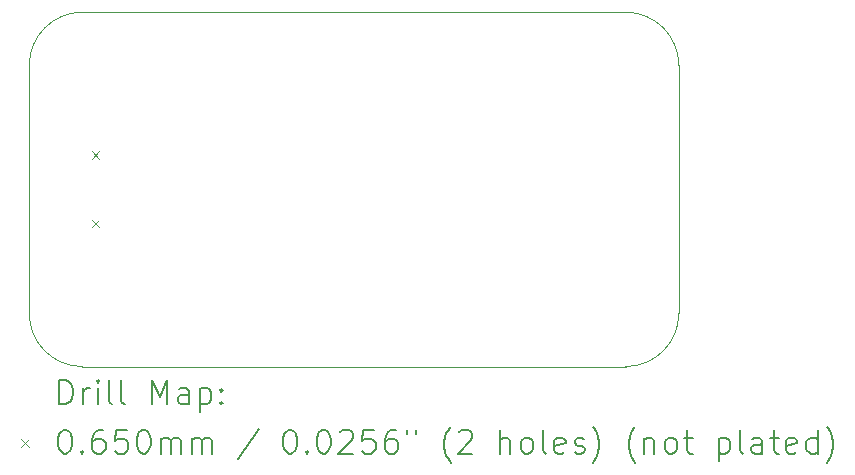
<source format=gbr>
%TF.GenerationSoftware,KiCad,Pcbnew,7.0.10*%
%TF.CreationDate,2024-01-22T13:51:18-08:00*%
%TF.ProjectId,esp32-prog,65737033-322d-4707-926f-672e6b696361,rev2*%
%TF.SameCoordinates,PX47868c0PY36d6160*%
%TF.FileFunction,Drillmap*%
%TF.FilePolarity,Positive*%
%FSLAX45Y45*%
G04 Gerber Fmt 4.5, Leading zero omitted, Abs format (unit mm)*
G04 Created by KiCad (PCBNEW 7.0.10) date 2024-01-22 13:51:18*
%MOMM*%
%LPD*%
G01*
G04 APERTURE LIST*
%ADD10C,0.100000*%
%ADD11C,0.200000*%
G04 APERTURE END LIST*
D10*
X0Y-2550000D02*
G75*
G03*
X450000Y-3000000I450000J0D01*
G01*
X5050000Y0D02*
X450000Y0D01*
X5500000Y-450000D02*
X5500000Y-2550000D01*
X5500000Y-450000D02*
G75*
G03*
X5050000Y0I-450000J0D01*
G01*
X0Y-2550000D02*
X0Y-450000D01*
X450000Y0D02*
G75*
G03*
X0Y-450000I0J-450000D01*
G01*
X5050000Y-3000000D02*
G75*
G03*
X5500000Y-2550000I0J450000D01*
G01*
X5050000Y-3000000D02*
X450000Y-3000000D01*
D11*
D10*
X527500Y-1178500D02*
X592500Y-1243500D01*
X592500Y-1178500D02*
X527500Y-1243500D01*
X527500Y-1756500D02*
X592500Y-1821500D01*
X592500Y-1756500D02*
X527500Y-1821500D01*
D11*
X255777Y-3316484D02*
X255777Y-3116484D01*
X255777Y-3116484D02*
X303396Y-3116484D01*
X303396Y-3116484D02*
X331967Y-3126008D01*
X331967Y-3126008D02*
X351015Y-3145055D01*
X351015Y-3145055D02*
X360539Y-3164103D01*
X360539Y-3164103D02*
X370062Y-3202198D01*
X370062Y-3202198D02*
X370062Y-3230769D01*
X370062Y-3230769D02*
X360539Y-3268865D01*
X360539Y-3268865D02*
X351015Y-3287912D01*
X351015Y-3287912D02*
X331967Y-3306960D01*
X331967Y-3306960D02*
X303396Y-3316484D01*
X303396Y-3316484D02*
X255777Y-3316484D01*
X455777Y-3316484D02*
X455777Y-3183150D01*
X455777Y-3221246D02*
X465301Y-3202198D01*
X465301Y-3202198D02*
X474824Y-3192674D01*
X474824Y-3192674D02*
X493872Y-3183150D01*
X493872Y-3183150D02*
X512920Y-3183150D01*
X579586Y-3316484D02*
X579586Y-3183150D01*
X579586Y-3116484D02*
X570063Y-3126008D01*
X570063Y-3126008D02*
X579586Y-3135531D01*
X579586Y-3135531D02*
X589110Y-3126008D01*
X589110Y-3126008D02*
X579586Y-3116484D01*
X579586Y-3116484D02*
X579586Y-3135531D01*
X703396Y-3316484D02*
X684348Y-3306960D01*
X684348Y-3306960D02*
X674824Y-3287912D01*
X674824Y-3287912D02*
X674824Y-3116484D01*
X808158Y-3316484D02*
X789110Y-3306960D01*
X789110Y-3306960D02*
X779586Y-3287912D01*
X779586Y-3287912D02*
X779586Y-3116484D01*
X1036729Y-3316484D02*
X1036729Y-3116484D01*
X1036729Y-3116484D02*
X1103396Y-3259341D01*
X1103396Y-3259341D02*
X1170063Y-3116484D01*
X1170063Y-3116484D02*
X1170063Y-3316484D01*
X1351015Y-3316484D02*
X1351015Y-3211722D01*
X1351015Y-3211722D02*
X1341491Y-3192674D01*
X1341491Y-3192674D02*
X1322444Y-3183150D01*
X1322444Y-3183150D02*
X1284348Y-3183150D01*
X1284348Y-3183150D02*
X1265301Y-3192674D01*
X1351015Y-3306960D02*
X1331967Y-3316484D01*
X1331967Y-3316484D02*
X1284348Y-3316484D01*
X1284348Y-3316484D02*
X1265301Y-3306960D01*
X1265301Y-3306960D02*
X1255777Y-3287912D01*
X1255777Y-3287912D02*
X1255777Y-3268865D01*
X1255777Y-3268865D02*
X1265301Y-3249817D01*
X1265301Y-3249817D02*
X1284348Y-3240293D01*
X1284348Y-3240293D02*
X1331967Y-3240293D01*
X1331967Y-3240293D02*
X1351015Y-3230769D01*
X1446253Y-3183150D02*
X1446253Y-3383150D01*
X1446253Y-3192674D02*
X1465301Y-3183150D01*
X1465301Y-3183150D02*
X1503396Y-3183150D01*
X1503396Y-3183150D02*
X1522443Y-3192674D01*
X1522443Y-3192674D02*
X1531967Y-3202198D01*
X1531967Y-3202198D02*
X1541491Y-3221246D01*
X1541491Y-3221246D02*
X1541491Y-3278388D01*
X1541491Y-3278388D02*
X1531967Y-3297436D01*
X1531967Y-3297436D02*
X1522443Y-3306960D01*
X1522443Y-3306960D02*
X1503396Y-3316484D01*
X1503396Y-3316484D02*
X1465301Y-3316484D01*
X1465301Y-3316484D02*
X1446253Y-3306960D01*
X1627205Y-3297436D02*
X1636729Y-3306960D01*
X1636729Y-3306960D02*
X1627205Y-3316484D01*
X1627205Y-3316484D02*
X1617682Y-3306960D01*
X1617682Y-3306960D02*
X1627205Y-3297436D01*
X1627205Y-3297436D02*
X1627205Y-3316484D01*
X1627205Y-3192674D02*
X1636729Y-3202198D01*
X1636729Y-3202198D02*
X1627205Y-3211722D01*
X1627205Y-3211722D02*
X1617682Y-3202198D01*
X1617682Y-3202198D02*
X1627205Y-3192674D01*
X1627205Y-3192674D02*
X1627205Y-3211722D01*
D10*
X-70000Y-3612500D02*
X-5000Y-3677500D01*
X-5000Y-3612500D02*
X-70000Y-3677500D01*
D11*
X293872Y-3536484D02*
X312920Y-3536484D01*
X312920Y-3536484D02*
X331967Y-3546008D01*
X331967Y-3546008D02*
X341491Y-3555531D01*
X341491Y-3555531D02*
X351015Y-3574579D01*
X351015Y-3574579D02*
X360539Y-3612674D01*
X360539Y-3612674D02*
X360539Y-3660293D01*
X360539Y-3660293D02*
X351015Y-3698388D01*
X351015Y-3698388D02*
X341491Y-3717436D01*
X341491Y-3717436D02*
X331967Y-3726960D01*
X331967Y-3726960D02*
X312920Y-3736484D01*
X312920Y-3736484D02*
X293872Y-3736484D01*
X293872Y-3736484D02*
X274824Y-3726960D01*
X274824Y-3726960D02*
X265301Y-3717436D01*
X265301Y-3717436D02*
X255777Y-3698388D01*
X255777Y-3698388D02*
X246253Y-3660293D01*
X246253Y-3660293D02*
X246253Y-3612674D01*
X246253Y-3612674D02*
X255777Y-3574579D01*
X255777Y-3574579D02*
X265301Y-3555531D01*
X265301Y-3555531D02*
X274824Y-3546008D01*
X274824Y-3546008D02*
X293872Y-3536484D01*
X446253Y-3717436D02*
X455777Y-3726960D01*
X455777Y-3726960D02*
X446253Y-3736484D01*
X446253Y-3736484D02*
X436729Y-3726960D01*
X436729Y-3726960D02*
X446253Y-3717436D01*
X446253Y-3717436D02*
X446253Y-3736484D01*
X627205Y-3536484D02*
X589110Y-3536484D01*
X589110Y-3536484D02*
X570063Y-3546008D01*
X570063Y-3546008D02*
X560539Y-3555531D01*
X560539Y-3555531D02*
X541491Y-3584103D01*
X541491Y-3584103D02*
X531967Y-3622198D01*
X531967Y-3622198D02*
X531967Y-3698388D01*
X531967Y-3698388D02*
X541491Y-3717436D01*
X541491Y-3717436D02*
X551015Y-3726960D01*
X551015Y-3726960D02*
X570063Y-3736484D01*
X570063Y-3736484D02*
X608158Y-3736484D01*
X608158Y-3736484D02*
X627205Y-3726960D01*
X627205Y-3726960D02*
X636729Y-3717436D01*
X636729Y-3717436D02*
X646253Y-3698388D01*
X646253Y-3698388D02*
X646253Y-3650769D01*
X646253Y-3650769D02*
X636729Y-3631722D01*
X636729Y-3631722D02*
X627205Y-3622198D01*
X627205Y-3622198D02*
X608158Y-3612674D01*
X608158Y-3612674D02*
X570063Y-3612674D01*
X570063Y-3612674D02*
X551015Y-3622198D01*
X551015Y-3622198D02*
X541491Y-3631722D01*
X541491Y-3631722D02*
X531967Y-3650769D01*
X827205Y-3536484D02*
X731967Y-3536484D01*
X731967Y-3536484D02*
X722443Y-3631722D01*
X722443Y-3631722D02*
X731967Y-3622198D01*
X731967Y-3622198D02*
X751015Y-3612674D01*
X751015Y-3612674D02*
X798634Y-3612674D01*
X798634Y-3612674D02*
X817682Y-3622198D01*
X817682Y-3622198D02*
X827205Y-3631722D01*
X827205Y-3631722D02*
X836729Y-3650769D01*
X836729Y-3650769D02*
X836729Y-3698388D01*
X836729Y-3698388D02*
X827205Y-3717436D01*
X827205Y-3717436D02*
X817682Y-3726960D01*
X817682Y-3726960D02*
X798634Y-3736484D01*
X798634Y-3736484D02*
X751015Y-3736484D01*
X751015Y-3736484D02*
X731967Y-3726960D01*
X731967Y-3726960D02*
X722443Y-3717436D01*
X960539Y-3536484D02*
X979586Y-3536484D01*
X979586Y-3536484D02*
X998634Y-3546008D01*
X998634Y-3546008D02*
X1008158Y-3555531D01*
X1008158Y-3555531D02*
X1017682Y-3574579D01*
X1017682Y-3574579D02*
X1027205Y-3612674D01*
X1027205Y-3612674D02*
X1027205Y-3660293D01*
X1027205Y-3660293D02*
X1017682Y-3698388D01*
X1017682Y-3698388D02*
X1008158Y-3717436D01*
X1008158Y-3717436D02*
X998634Y-3726960D01*
X998634Y-3726960D02*
X979586Y-3736484D01*
X979586Y-3736484D02*
X960539Y-3736484D01*
X960539Y-3736484D02*
X941491Y-3726960D01*
X941491Y-3726960D02*
X931967Y-3717436D01*
X931967Y-3717436D02*
X922443Y-3698388D01*
X922443Y-3698388D02*
X912920Y-3660293D01*
X912920Y-3660293D02*
X912920Y-3612674D01*
X912920Y-3612674D02*
X922443Y-3574579D01*
X922443Y-3574579D02*
X931967Y-3555531D01*
X931967Y-3555531D02*
X941491Y-3546008D01*
X941491Y-3546008D02*
X960539Y-3536484D01*
X1112920Y-3736484D02*
X1112920Y-3603150D01*
X1112920Y-3622198D02*
X1122444Y-3612674D01*
X1122444Y-3612674D02*
X1141491Y-3603150D01*
X1141491Y-3603150D02*
X1170063Y-3603150D01*
X1170063Y-3603150D02*
X1189110Y-3612674D01*
X1189110Y-3612674D02*
X1198634Y-3631722D01*
X1198634Y-3631722D02*
X1198634Y-3736484D01*
X1198634Y-3631722D02*
X1208158Y-3612674D01*
X1208158Y-3612674D02*
X1227205Y-3603150D01*
X1227205Y-3603150D02*
X1255777Y-3603150D01*
X1255777Y-3603150D02*
X1274825Y-3612674D01*
X1274825Y-3612674D02*
X1284348Y-3631722D01*
X1284348Y-3631722D02*
X1284348Y-3736484D01*
X1379586Y-3736484D02*
X1379586Y-3603150D01*
X1379586Y-3622198D02*
X1389110Y-3612674D01*
X1389110Y-3612674D02*
X1408158Y-3603150D01*
X1408158Y-3603150D02*
X1436729Y-3603150D01*
X1436729Y-3603150D02*
X1455777Y-3612674D01*
X1455777Y-3612674D02*
X1465301Y-3631722D01*
X1465301Y-3631722D02*
X1465301Y-3736484D01*
X1465301Y-3631722D02*
X1474824Y-3612674D01*
X1474824Y-3612674D02*
X1493872Y-3603150D01*
X1493872Y-3603150D02*
X1522443Y-3603150D01*
X1522443Y-3603150D02*
X1541491Y-3612674D01*
X1541491Y-3612674D02*
X1551015Y-3631722D01*
X1551015Y-3631722D02*
X1551015Y-3736484D01*
X1941491Y-3526960D02*
X1770063Y-3784103D01*
X2198634Y-3536484D02*
X2217682Y-3536484D01*
X2217682Y-3536484D02*
X2236729Y-3546008D01*
X2236729Y-3546008D02*
X2246253Y-3555531D01*
X2246253Y-3555531D02*
X2255777Y-3574579D01*
X2255777Y-3574579D02*
X2265301Y-3612674D01*
X2265301Y-3612674D02*
X2265301Y-3660293D01*
X2265301Y-3660293D02*
X2255777Y-3698388D01*
X2255777Y-3698388D02*
X2246253Y-3717436D01*
X2246253Y-3717436D02*
X2236729Y-3726960D01*
X2236729Y-3726960D02*
X2217682Y-3736484D01*
X2217682Y-3736484D02*
X2198634Y-3736484D01*
X2198634Y-3736484D02*
X2179587Y-3726960D01*
X2179587Y-3726960D02*
X2170063Y-3717436D01*
X2170063Y-3717436D02*
X2160539Y-3698388D01*
X2160539Y-3698388D02*
X2151015Y-3660293D01*
X2151015Y-3660293D02*
X2151015Y-3612674D01*
X2151015Y-3612674D02*
X2160539Y-3574579D01*
X2160539Y-3574579D02*
X2170063Y-3555531D01*
X2170063Y-3555531D02*
X2179587Y-3546008D01*
X2179587Y-3546008D02*
X2198634Y-3536484D01*
X2351015Y-3717436D02*
X2360539Y-3726960D01*
X2360539Y-3726960D02*
X2351015Y-3736484D01*
X2351015Y-3736484D02*
X2341491Y-3726960D01*
X2341491Y-3726960D02*
X2351015Y-3717436D01*
X2351015Y-3717436D02*
X2351015Y-3736484D01*
X2484348Y-3536484D02*
X2503396Y-3536484D01*
X2503396Y-3536484D02*
X2522444Y-3546008D01*
X2522444Y-3546008D02*
X2531968Y-3555531D01*
X2531968Y-3555531D02*
X2541491Y-3574579D01*
X2541491Y-3574579D02*
X2551015Y-3612674D01*
X2551015Y-3612674D02*
X2551015Y-3660293D01*
X2551015Y-3660293D02*
X2541491Y-3698388D01*
X2541491Y-3698388D02*
X2531968Y-3717436D01*
X2531968Y-3717436D02*
X2522444Y-3726960D01*
X2522444Y-3726960D02*
X2503396Y-3736484D01*
X2503396Y-3736484D02*
X2484348Y-3736484D01*
X2484348Y-3736484D02*
X2465301Y-3726960D01*
X2465301Y-3726960D02*
X2455777Y-3717436D01*
X2455777Y-3717436D02*
X2446253Y-3698388D01*
X2446253Y-3698388D02*
X2436729Y-3660293D01*
X2436729Y-3660293D02*
X2436729Y-3612674D01*
X2436729Y-3612674D02*
X2446253Y-3574579D01*
X2446253Y-3574579D02*
X2455777Y-3555531D01*
X2455777Y-3555531D02*
X2465301Y-3546008D01*
X2465301Y-3546008D02*
X2484348Y-3536484D01*
X2627206Y-3555531D02*
X2636729Y-3546008D01*
X2636729Y-3546008D02*
X2655777Y-3536484D01*
X2655777Y-3536484D02*
X2703396Y-3536484D01*
X2703396Y-3536484D02*
X2722444Y-3546008D01*
X2722444Y-3546008D02*
X2731968Y-3555531D01*
X2731968Y-3555531D02*
X2741491Y-3574579D01*
X2741491Y-3574579D02*
X2741491Y-3593627D01*
X2741491Y-3593627D02*
X2731968Y-3622198D01*
X2731968Y-3622198D02*
X2617682Y-3736484D01*
X2617682Y-3736484D02*
X2741491Y-3736484D01*
X2922444Y-3536484D02*
X2827206Y-3536484D01*
X2827206Y-3536484D02*
X2817682Y-3631722D01*
X2817682Y-3631722D02*
X2827206Y-3622198D01*
X2827206Y-3622198D02*
X2846253Y-3612674D01*
X2846253Y-3612674D02*
X2893872Y-3612674D01*
X2893872Y-3612674D02*
X2912920Y-3622198D01*
X2912920Y-3622198D02*
X2922444Y-3631722D01*
X2922444Y-3631722D02*
X2931967Y-3650769D01*
X2931967Y-3650769D02*
X2931967Y-3698388D01*
X2931967Y-3698388D02*
X2922444Y-3717436D01*
X2922444Y-3717436D02*
X2912920Y-3726960D01*
X2912920Y-3726960D02*
X2893872Y-3736484D01*
X2893872Y-3736484D02*
X2846253Y-3736484D01*
X2846253Y-3736484D02*
X2827206Y-3726960D01*
X2827206Y-3726960D02*
X2817682Y-3717436D01*
X3103396Y-3536484D02*
X3065301Y-3536484D01*
X3065301Y-3536484D02*
X3046253Y-3546008D01*
X3046253Y-3546008D02*
X3036729Y-3555531D01*
X3036729Y-3555531D02*
X3017682Y-3584103D01*
X3017682Y-3584103D02*
X3008158Y-3622198D01*
X3008158Y-3622198D02*
X3008158Y-3698388D01*
X3008158Y-3698388D02*
X3017682Y-3717436D01*
X3017682Y-3717436D02*
X3027206Y-3726960D01*
X3027206Y-3726960D02*
X3046253Y-3736484D01*
X3046253Y-3736484D02*
X3084348Y-3736484D01*
X3084348Y-3736484D02*
X3103396Y-3726960D01*
X3103396Y-3726960D02*
X3112920Y-3717436D01*
X3112920Y-3717436D02*
X3122444Y-3698388D01*
X3122444Y-3698388D02*
X3122444Y-3650769D01*
X3122444Y-3650769D02*
X3112920Y-3631722D01*
X3112920Y-3631722D02*
X3103396Y-3622198D01*
X3103396Y-3622198D02*
X3084348Y-3612674D01*
X3084348Y-3612674D02*
X3046253Y-3612674D01*
X3046253Y-3612674D02*
X3027206Y-3622198D01*
X3027206Y-3622198D02*
X3017682Y-3631722D01*
X3017682Y-3631722D02*
X3008158Y-3650769D01*
X3198634Y-3536484D02*
X3198634Y-3574579D01*
X3274825Y-3536484D02*
X3274825Y-3574579D01*
X3570063Y-3812674D02*
X3560539Y-3803150D01*
X3560539Y-3803150D02*
X3541491Y-3774579D01*
X3541491Y-3774579D02*
X3531968Y-3755531D01*
X3531968Y-3755531D02*
X3522444Y-3726960D01*
X3522444Y-3726960D02*
X3512920Y-3679341D01*
X3512920Y-3679341D02*
X3512920Y-3641246D01*
X3512920Y-3641246D02*
X3522444Y-3593627D01*
X3522444Y-3593627D02*
X3531968Y-3565055D01*
X3531968Y-3565055D02*
X3541491Y-3546008D01*
X3541491Y-3546008D02*
X3560539Y-3517436D01*
X3560539Y-3517436D02*
X3570063Y-3507912D01*
X3636729Y-3555531D02*
X3646253Y-3546008D01*
X3646253Y-3546008D02*
X3665301Y-3536484D01*
X3665301Y-3536484D02*
X3712920Y-3536484D01*
X3712920Y-3536484D02*
X3731968Y-3546008D01*
X3731968Y-3546008D02*
X3741491Y-3555531D01*
X3741491Y-3555531D02*
X3751015Y-3574579D01*
X3751015Y-3574579D02*
X3751015Y-3593627D01*
X3751015Y-3593627D02*
X3741491Y-3622198D01*
X3741491Y-3622198D02*
X3627206Y-3736484D01*
X3627206Y-3736484D02*
X3751015Y-3736484D01*
X3989110Y-3736484D02*
X3989110Y-3536484D01*
X4074825Y-3736484D02*
X4074825Y-3631722D01*
X4074825Y-3631722D02*
X4065301Y-3612674D01*
X4065301Y-3612674D02*
X4046253Y-3603150D01*
X4046253Y-3603150D02*
X4017682Y-3603150D01*
X4017682Y-3603150D02*
X3998634Y-3612674D01*
X3998634Y-3612674D02*
X3989110Y-3622198D01*
X4198634Y-3736484D02*
X4179587Y-3726960D01*
X4179587Y-3726960D02*
X4170063Y-3717436D01*
X4170063Y-3717436D02*
X4160539Y-3698388D01*
X4160539Y-3698388D02*
X4160539Y-3641246D01*
X4160539Y-3641246D02*
X4170063Y-3622198D01*
X4170063Y-3622198D02*
X4179587Y-3612674D01*
X4179587Y-3612674D02*
X4198634Y-3603150D01*
X4198634Y-3603150D02*
X4227206Y-3603150D01*
X4227206Y-3603150D02*
X4246253Y-3612674D01*
X4246253Y-3612674D02*
X4255777Y-3622198D01*
X4255777Y-3622198D02*
X4265301Y-3641246D01*
X4265301Y-3641246D02*
X4265301Y-3698388D01*
X4265301Y-3698388D02*
X4255777Y-3717436D01*
X4255777Y-3717436D02*
X4246253Y-3726960D01*
X4246253Y-3726960D02*
X4227206Y-3736484D01*
X4227206Y-3736484D02*
X4198634Y-3736484D01*
X4379587Y-3736484D02*
X4360539Y-3726960D01*
X4360539Y-3726960D02*
X4351015Y-3707912D01*
X4351015Y-3707912D02*
X4351015Y-3536484D01*
X4531968Y-3726960D02*
X4512920Y-3736484D01*
X4512920Y-3736484D02*
X4474825Y-3736484D01*
X4474825Y-3736484D02*
X4455777Y-3726960D01*
X4455777Y-3726960D02*
X4446253Y-3707912D01*
X4446253Y-3707912D02*
X4446253Y-3631722D01*
X4446253Y-3631722D02*
X4455777Y-3612674D01*
X4455777Y-3612674D02*
X4474825Y-3603150D01*
X4474825Y-3603150D02*
X4512920Y-3603150D01*
X4512920Y-3603150D02*
X4531968Y-3612674D01*
X4531968Y-3612674D02*
X4541492Y-3631722D01*
X4541492Y-3631722D02*
X4541492Y-3650769D01*
X4541492Y-3650769D02*
X4446253Y-3669817D01*
X4617682Y-3726960D02*
X4636730Y-3736484D01*
X4636730Y-3736484D02*
X4674825Y-3736484D01*
X4674825Y-3736484D02*
X4693873Y-3726960D01*
X4693873Y-3726960D02*
X4703396Y-3707912D01*
X4703396Y-3707912D02*
X4703396Y-3698388D01*
X4703396Y-3698388D02*
X4693873Y-3679341D01*
X4693873Y-3679341D02*
X4674825Y-3669817D01*
X4674825Y-3669817D02*
X4646253Y-3669817D01*
X4646253Y-3669817D02*
X4627206Y-3660293D01*
X4627206Y-3660293D02*
X4617682Y-3641246D01*
X4617682Y-3641246D02*
X4617682Y-3631722D01*
X4617682Y-3631722D02*
X4627206Y-3612674D01*
X4627206Y-3612674D02*
X4646253Y-3603150D01*
X4646253Y-3603150D02*
X4674825Y-3603150D01*
X4674825Y-3603150D02*
X4693873Y-3612674D01*
X4770063Y-3812674D02*
X4779587Y-3803150D01*
X4779587Y-3803150D02*
X4798634Y-3774579D01*
X4798634Y-3774579D02*
X4808158Y-3755531D01*
X4808158Y-3755531D02*
X4817682Y-3726960D01*
X4817682Y-3726960D02*
X4827206Y-3679341D01*
X4827206Y-3679341D02*
X4827206Y-3641246D01*
X4827206Y-3641246D02*
X4817682Y-3593627D01*
X4817682Y-3593627D02*
X4808158Y-3565055D01*
X4808158Y-3565055D02*
X4798634Y-3546008D01*
X4798634Y-3546008D02*
X4779587Y-3517436D01*
X4779587Y-3517436D02*
X4770063Y-3507912D01*
X5131968Y-3812674D02*
X5122444Y-3803150D01*
X5122444Y-3803150D02*
X5103396Y-3774579D01*
X5103396Y-3774579D02*
X5093873Y-3755531D01*
X5093873Y-3755531D02*
X5084349Y-3726960D01*
X5084349Y-3726960D02*
X5074825Y-3679341D01*
X5074825Y-3679341D02*
X5074825Y-3641246D01*
X5074825Y-3641246D02*
X5084349Y-3593627D01*
X5084349Y-3593627D02*
X5093873Y-3565055D01*
X5093873Y-3565055D02*
X5103396Y-3546008D01*
X5103396Y-3546008D02*
X5122444Y-3517436D01*
X5122444Y-3517436D02*
X5131968Y-3507912D01*
X5208158Y-3603150D02*
X5208158Y-3736484D01*
X5208158Y-3622198D02*
X5217682Y-3612674D01*
X5217682Y-3612674D02*
X5236730Y-3603150D01*
X5236730Y-3603150D02*
X5265301Y-3603150D01*
X5265301Y-3603150D02*
X5284349Y-3612674D01*
X5284349Y-3612674D02*
X5293873Y-3631722D01*
X5293873Y-3631722D02*
X5293873Y-3736484D01*
X5417682Y-3736484D02*
X5398634Y-3726960D01*
X5398634Y-3726960D02*
X5389111Y-3717436D01*
X5389111Y-3717436D02*
X5379587Y-3698388D01*
X5379587Y-3698388D02*
X5379587Y-3641246D01*
X5379587Y-3641246D02*
X5389111Y-3622198D01*
X5389111Y-3622198D02*
X5398634Y-3612674D01*
X5398634Y-3612674D02*
X5417682Y-3603150D01*
X5417682Y-3603150D02*
X5446254Y-3603150D01*
X5446254Y-3603150D02*
X5465301Y-3612674D01*
X5465301Y-3612674D02*
X5474825Y-3622198D01*
X5474825Y-3622198D02*
X5484349Y-3641246D01*
X5484349Y-3641246D02*
X5484349Y-3698388D01*
X5484349Y-3698388D02*
X5474825Y-3717436D01*
X5474825Y-3717436D02*
X5465301Y-3726960D01*
X5465301Y-3726960D02*
X5446254Y-3736484D01*
X5446254Y-3736484D02*
X5417682Y-3736484D01*
X5541492Y-3603150D02*
X5617682Y-3603150D01*
X5570063Y-3536484D02*
X5570063Y-3707912D01*
X5570063Y-3707912D02*
X5579587Y-3726960D01*
X5579587Y-3726960D02*
X5598634Y-3736484D01*
X5598634Y-3736484D02*
X5617682Y-3736484D01*
X5836730Y-3603150D02*
X5836730Y-3803150D01*
X5836730Y-3612674D02*
X5855777Y-3603150D01*
X5855777Y-3603150D02*
X5893873Y-3603150D01*
X5893873Y-3603150D02*
X5912920Y-3612674D01*
X5912920Y-3612674D02*
X5922444Y-3622198D01*
X5922444Y-3622198D02*
X5931968Y-3641246D01*
X5931968Y-3641246D02*
X5931968Y-3698388D01*
X5931968Y-3698388D02*
X5922444Y-3717436D01*
X5922444Y-3717436D02*
X5912920Y-3726960D01*
X5912920Y-3726960D02*
X5893873Y-3736484D01*
X5893873Y-3736484D02*
X5855777Y-3736484D01*
X5855777Y-3736484D02*
X5836730Y-3726960D01*
X6046253Y-3736484D02*
X6027206Y-3726960D01*
X6027206Y-3726960D02*
X6017682Y-3707912D01*
X6017682Y-3707912D02*
X6017682Y-3536484D01*
X6208158Y-3736484D02*
X6208158Y-3631722D01*
X6208158Y-3631722D02*
X6198634Y-3612674D01*
X6198634Y-3612674D02*
X6179587Y-3603150D01*
X6179587Y-3603150D02*
X6141492Y-3603150D01*
X6141492Y-3603150D02*
X6122444Y-3612674D01*
X6208158Y-3726960D02*
X6189111Y-3736484D01*
X6189111Y-3736484D02*
X6141492Y-3736484D01*
X6141492Y-3736484D02*
X6122444Y-3726960D01*
X6122444Y-3726960D02*
X6112920Y-3707912D01*
X6112920Y-3707912D02*
X6112920Y-3688865D01*
X6112920Y-3688865D02*
X6122444Y-3669817D01*
X6122444Y-3669817D02*
X6141492Y-3660293D01*
X6141492Y-3660293D02*
X6189111Y-3660293D01*
X6189111Y-3660293D02*
X6208158Y-3650769D01*
X6274825Y-3603150D02*
X6351015Y-3603150D01*
X6303396Y-3536484D02*
X6303396Y-3707912D01*
X6303396Y-3707912D02*
X6312920Y-3726960D01*
X6312920Y-3726960D02*
X6331968Y-3736484D01*
X6331968Y-3736484D02*
X6351015Y-3736484D01*
X6493873Y-3726960D02*
X6474825Y-3736484D01*
X6474825Y-3736484D02*
X6436730Y-3736484D01*
X6436730Y-3736484D02*
X6417682Y-3726960D01*
X6417682Y-3726960D02*
X6408158Y-3707912D01*
X6408158Y-3707912D02*
X6408158Y-3631722D01*
X6408158Y-3631722D02*
X6417682Y-3612674D01*
X6417682Y-3612674D02*
X6436730Y-3603150D01*
X6436730Y-3603150D02*
X6474825Y-3603150D01*
X6474825Y-3603150D02*
X6493873Y-3612674D01*
X6493873Y-3612674D02*
X6503396Y-3631722D01*
X6503396Y-3631722D02*
X6503396Y-3650769D01*
X6503396Y-3650769D02*
X6408158Y-3669817D01*
X6674825Y-3736484D02*
X6674825Y-3536484D01*
X6674825Y-3726960D02*
X6655777Y-3736484D01*
X6655777Y-3736484D02*
X6617682Y-3736484D01*
X6617682Y-3736484D02*
X6598634Y-3726960D01*
X6598634Y-3726960D02*
X6589111Y-3717436D01*
X6589111Y-3717436D02*
X6579587Y-3698388D01*
X6579587Y-3698388D02*
X6579587Y-3641246D01*
X6579587Y-3641246D02*
X6589111Y-3622198D01*
X6589111Y-3622198D02*
X6598634Y-3612674D01*
X6598634Y-3612674D02*
X6617682Y-3603150D01*
X6617682Y-3603150D02*
X6655777Y-3603150D01*
X6655777Y-3603150D02*
X6674825Y-3612674D01*
X6751015Y-3812674D02*
X6760539Y-3803150D01*
X6760539Y-3803150D02*
X6779587Y-3774579D01*
X6779587Y-3774579D02*
X6789111Y-3755531D01*
X6789111Y-3755531D02*
X6798634Y-3726960D01*
X6798634Y-3726960D02*
X6808158Y-3679341D01*
X6808158Y-3679341D02*
X6808158Y-3641246D01*
X6808158Y-3641246D02*
X6798634Y-3593627D01*
X6798634Y-3593627D02*
X6789111Y-3565055D01*
X6789111Y-3565055D02*
X6779587Y-3546008D01*
X6779587Y-3546008D02*
X6760539Y-3517436D01*
X6760539Y-3517436D02*
X6751015Y-3507912D01*
M02*

</source>
